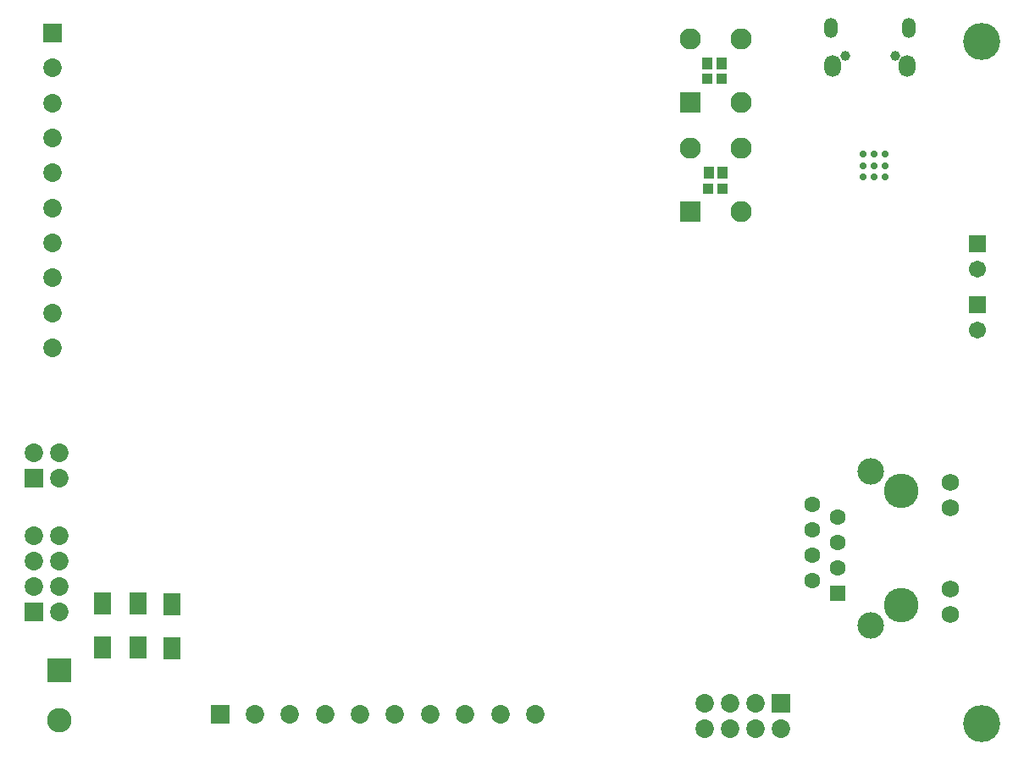
<source format=gbs>
%FSTAX23Y23*%
%MOIN*%
%SFA1B1*%

%IPPOS*%
%ADD58R,0.039500X0.045400*%
%ADD62R,0.039500X0.039500*%
%ADD78R,0.069000X0.090700*%
%ADD86C,0.073000*%
%ADD87R,0.073000X0.073000*%
%ADD88R,0.063000X0.063000*%
%ADD89C,0.063000*%
%ADD90C,0.068200*%
%ADD91C,0.136000*%
%ADD92C,0.104300*%
%ADD93R,0.096600X0.096600*%
%ADD94C,0.096600*%
%ADD95R,0.073000X0.073000*%
%ADD96O,0.065100X0.086700*%
%ADD97O,0.053300X0.078900*%
%ADD98C,0.039500*%
%ADD99C,0.146000*%
%ADD100C,0.083000*%
%ADD101R,0.083000X0.083000*%
%ADD102R,0.067100X0.067100*%
%ADD103C,0.067100*%
%ADD104C,0.027700*%
%LNv1.0-1*%
%LPD*%
G54D58*
X03737Y04795D03*
X03792D03*
X03742Y04365D03*
X03797D03*
G54D62*
X03794Y04735D03*
X03735D03*
X03797Y043D03*
X03738D03*
G54D78*
X01355Y02493D03*
Y02666D03*
X0163Y02491D03*
Y02665D03*
X01495Y02493D03*
Y02666D03*
G54D86*
X0116Y04087D03*
Y04225D03*
Y04501D03*
Y04639D03*
Y04776D03*
Y04363D03*
Y0395D03*
Y03812D03*
Y03674D03*
X01185Y0326D03*
X01085D03*
X01185Y0316D03*
Y02735D03*
X01085D03*
X01185Y02635D03*
X01085Y02835D03*
Y02935D03*
X01185Y02835D03*
Y02935D03*
X03725Y02175D03*
X03825D03*
X03725Y02275D03*
X03825D03*
X04025Y02175D03*
X03925Y02275D03*
Y02175D03*
X02645Y0223D03*
X02507D03*
X02232D03*
X02094D03*
X01956D03*
X0237D03*
X02783D03*
X02921D03*
X03059D03*
G54D87*
X0116Y04914D03*
X01085Y0316D03*
Y02635D03*
G54D88*
X0425Y02709D03*
G54D89*
X0415Y02759D03*
X0425Y02809D03*
X0415Y02859D03*
X0425Y02909D03*
X0415Y02959D03*
X0425Y03009D03*
X0415Y03059D03*
G54D90*
X04692Y02624D03*
Y02724D03*
Y03145D03*
Y03045D03*
G54D91*
X045Y0311D03*
Y0266D03*
G54D92*
X04379Y03189D03*
Y0258D03*
G54D93*
X01185Y02403D03*
G54D94*
X01185Y02206D03*
G54D95*
X04025Y02275D03*
X01818Y0223D03*
G54D96*
X04523Y04783D03*
X0423D03*
G54D97*
X04529Y04933D03*
X04224D03*
G54D98*
X04278Y04825D03*
X04475D03*
G54D99*
X04815Y02195D03*
Y0488D03*
G54D100*
X0387Y0464D03*
X0367Y0489D03*
X0387D03*
Y0421D03*
X0367Y0446D03*
X0387D03*
G54D101*
X0367Y0464D03*
Y0421D03*
G54D102*
X04798Y03843D03*
Y04083D03*
G54D103*
X04798Y03743D03*
Y03983D03*
G54D104*
X04435Y04349D03*
X04348D03*
X04435Y04436D03*
Y04392D03*
X04348Y04436D03*
Y04392D03*
X04392Y04349D03*
Y04436D03*
Y04392D03*
M02*
</source>
